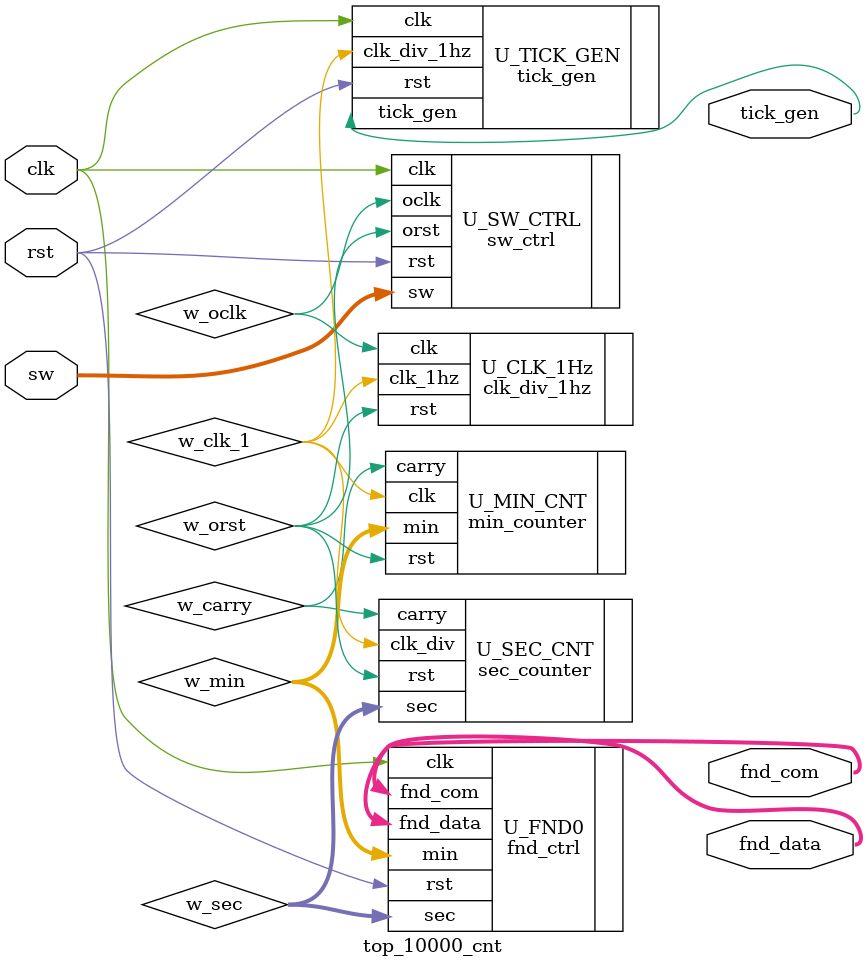
<source format=v>
`timescale 1ns / 1ps


module top_10000_cnt (
    input clk,
    input rst,
    input [1:0] sw,

    output [7:0] fnd_data,
    output [3:0] fnd_com,
    output tick_gen

);

    wire w_clk_1;
    wire w_oclk, w_orst;
    wire [7:0] w_sec;
    wire [7:0] w_min;
    wire w_carry;

    sw_ctrl U_SW_CTRL (
        .sw (sw),
        .clk(clk),
        .rst(rst),

        .oclk(w_oclk),
        .orst(w_orst)
    );
    //1초: 50_000_000
    clk_div_1hz #(
        .F_CNT(2 - 1)
    ) U_CLK_1Hz (
        .clk(w_oclk),
        .rst(w_orst),

        .clk_1hz(w_clk_1)
    );

    sec_counter U_SEC_CNT (
        .clk_div(w_clk_1),
        .rst(w_orst),

        .sec  (w_sec),
        .carry(w_carry)
        //.tick_sec(tick_sec)
    );

    min_counter U_MIN_CNT (
        .clk  (w_clk_1),
        .rst  (w_orst),
        .carry(w_carry),

        .min(w_min)
    );

    tick_gen U_TICK_GEN (
        .clk_div_1hz(w_clk_1),
        .clk(clk),
        .rst(rst),

        .tick_gen(tick_gen)
    );


    fnd_ctrl U_FND0 (
        .clk(clk),
        .rst(rst),
        .min(w_min),
        .sec(w_sec),

        .fnd_data(fnd_data),
        .fnd_com (fnd_com)
    );
endmodule

</source>
